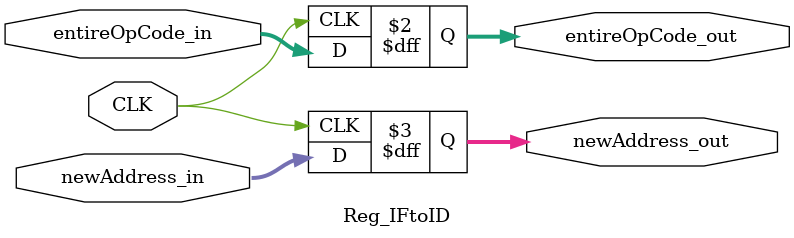
<source format=v>
`timescale 1ns / 1ps
module Reg_IFtoID(
    input CLK,
    input [32:1] entireOpCode_in,newAddress_in,
    output reg [32:1] entireOpCode_out,newAddress_out
    );

    always @(posedge CLK)begin 
        entireOpCode_out <= entireOpCode_in;
        newAddress_out <= newAddress_in;
    end


endmodule

</source>
